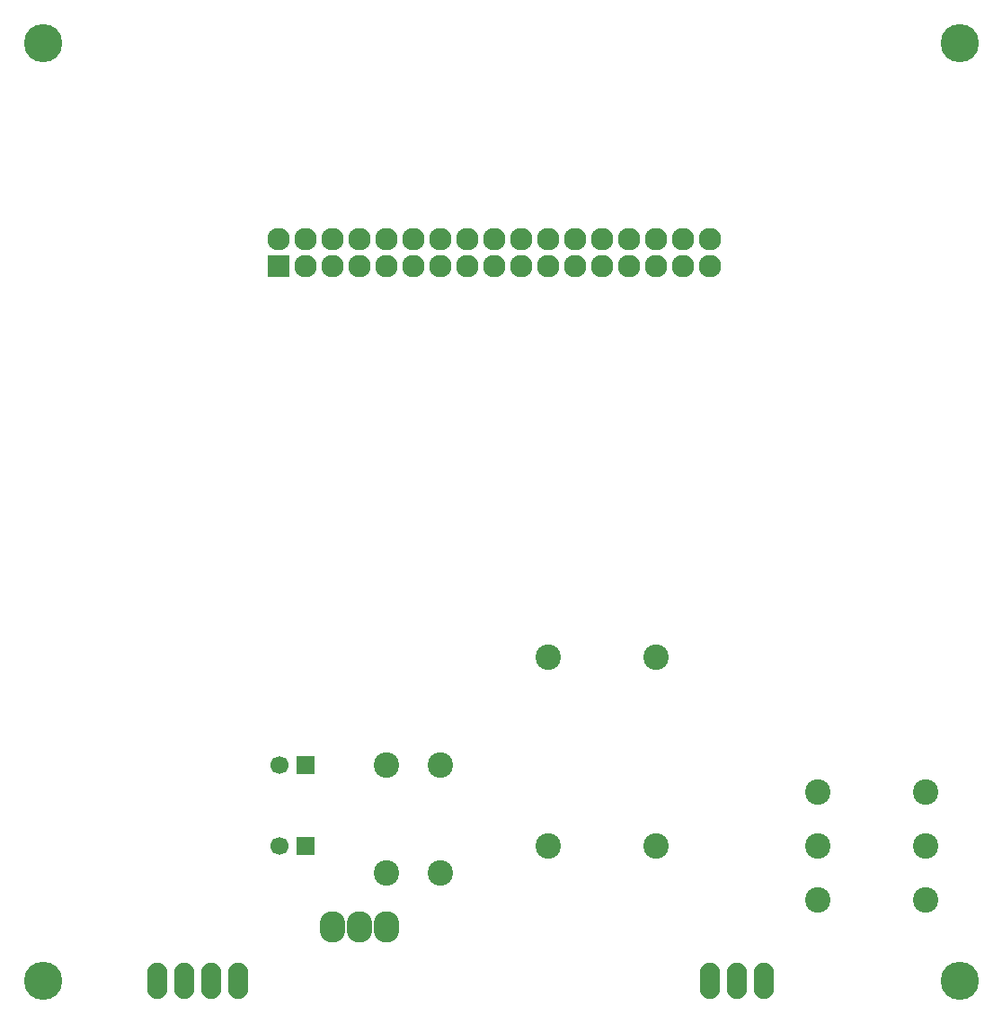
<source format=gbs>
G04 #@! TF.FileFunction,Soldermask,Bot*
%FSLAX46Y46*%
G04 Gerber Fmt 4.6, Leading zero omitted, Abs format (unit mm)*
G04 Created by KiCad (PCBNEW 4.0.7) date Wednesday, 11. April 2018 'u56' 14:56:34*
%MOMM*%
%LPD*%
G01*
G04 APERTURE LIST*
%ADD10C,0.100000*%
%ADD11C,3.600000*%
%ADD12C,2.398980*%
%ADD13C,1.700000*%
%ADD14R,1.700000X1.700000*%
%ADD15O,2.432000X2.940000*%
%ADD16O,1.906220X3.414980*%
%ADD17R,2.127200X2.127200*%
%ADD18O,2.127200X2.127200*%
G04 APERTURE END LIST*
D10*
D11*
X132715000Y-66675000D03*
X219075000Y-66675000D03*
X219075000Y-154940000D03*
D12*
X190500000Y-124460000D03*
X180340000Y-124460000D03*
D13*
X154980000Y-142240000D03*
D14*
X157480000Y-142240000D03*
D12*
X165100000Y-134620000D03*
X165100000Y-144780000D03*
D15*
X162560000Y-149860000D03*
X160020000Y-149860000D03*
X165100000Y-149860000D03*
D13*
X154980000Y-134620000D03*
D14*
X157480000Y-134620000D03*
D16*
X195580000Y-154940000D03*
X198120000Y-154940000D03*
X200660000Y-154940000D03*
X143510000Y-154940000D03*
X146050000Y-154940000D03*
X148590000Y-154940000D03*
X151130000Y-154940000D03*
D17*
X154940000Y-87630000D03*
D18*
X154940000Y-85090000D03*
X157480000Y-87630000D03*
X157480000Y-85090000D03*
X160020000Y-87630000D03*
X160020000Y-85090000D03*
X162560000Y-87630000D03*
X162560000Y-85090000D03*
X165100000Y-87630000D03*
X165100000Y-85090000D03*
X167640000Y-87630000D03*
X167640000Y-85090000D03*
X170180000Y-87630000D03*
X170180000Y-85090000D03*
X172720000Y-87630000D03*
X172720000Y-85090000D03*
X175260000Y-87630000D03*
X175260000Y-85090000D03*
X177800000Y-87630000D03*
X177800000Y-85090000D03*
X180340000Y-87630000D03*
X180340000Y-85090000D03*
X182880000Y-87630000D03*
X182880000Y-85090000D03*
X185420000Y-87630000D03*
X185420000Y-85090000D03*
X187960000Y-87630000D03*
X187960000Y-85090000D03*
X190500000Y-87630000D03*
X190500000Y-85090000D03*
X193040000Y-87630000D03*
X193040000Y-85090000D03*
X195580000Y-87630000D03*
X195580000Y-85090000D03*
D12*
X170180000Y-144780000D03*
X170180000Y-134620000D03*
X215900000Y-137160000D03*
X205740000Y-137160000D03*
X215900000Y-142240000D03*
X205740000Y-142240000D03*
X215900000Y-147320000D03*
X205740000Y-147320000D03*
X180340000Y-142240000D03*
X190500000Y-142240000D03*
D11*
X132715000Y-154940000D03*
M02*

</source>
